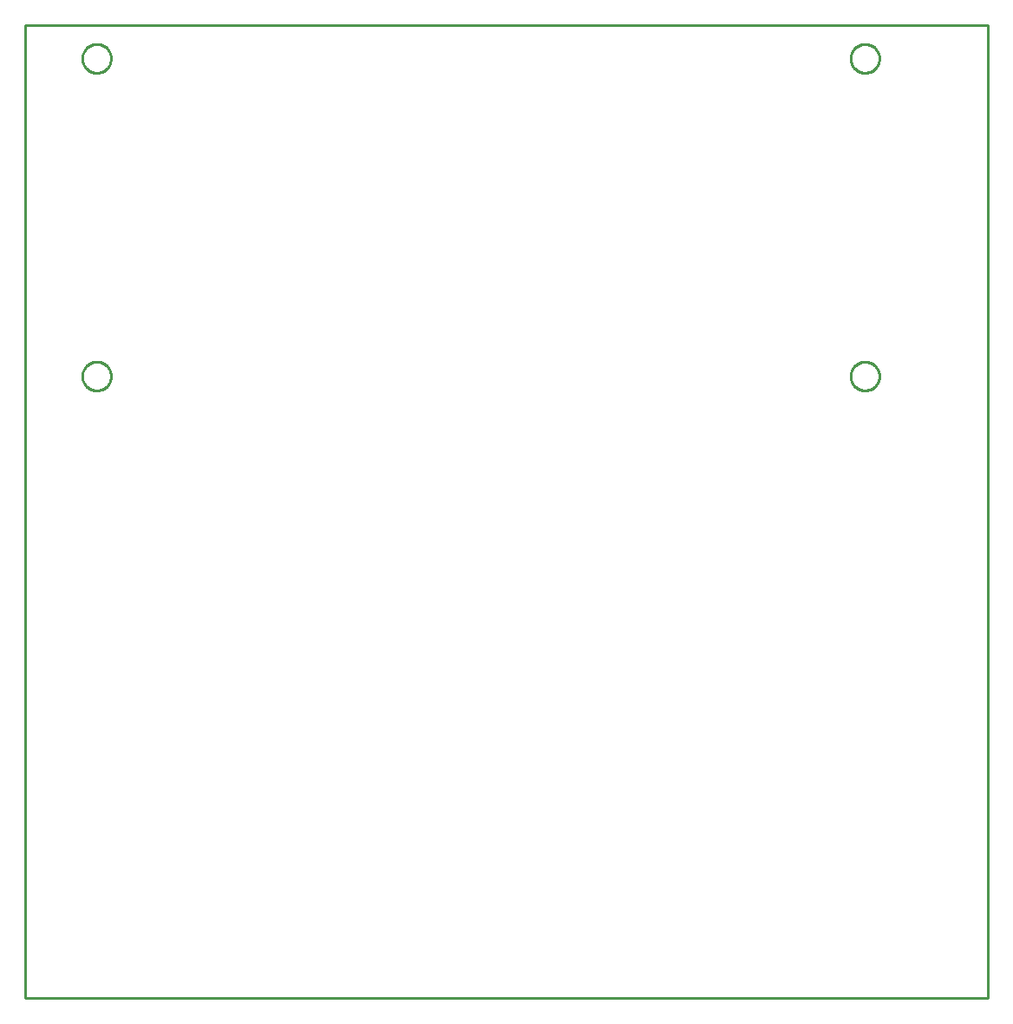
<source format=gko>
G04 EAGLE Gerber RS-274X export*
G75*
%MOMM*%
%FSLAX34Y34*%
%LPD*%
%IN*%
%IPPOS*%
%AMOC8*
5,1,8,0,0,1.08239X$1,22.5*%
G01*
%ADD10C,0.254000*%


D10*
X0Y0D02*
X939600Y0D01*
X939600Y949200D01*
X0Y949200D01*
X0Y0D01*
X83500Y916500D02*
X83429Y915503D01*
X83286Y914513D01*
X83074Y913536D01*
X82792Y912576D01*
X82443Y911639D01*
X82027Y910729D01*
X81548Y909852D01*
X81007Y909010D01*
X80408Y908210D01*
X79753Y907454D01*
X79046Y906747D01*
X78290Y906092D01*
X77490Y905493D01*
X76648Y904952D01*
X75771Y904473D01*
X74861Y904057D01*
X73924Y903708D01*
X72965Y903426D01*
X71987Y903214D01*
X70998Y903071D01*
X70000Y903000D01*
X69000Y903000D01*
X68003Y903071D01*
X67013Y903214D01*
X66036Y903426D01*
X65076Y903708D01*
X64139Y904057D01*
X63229Y904473D01*
X62352Y904952D01*
X61510Y905493D01*
X60710Y906092D01*
X59954Y906747D01*
X59247Y907454D01*
X58592Y908210D01*
X57993Y909010D01*
X57452Y909852D01*
X56973Y910729D01*
X56557Y911639D01*
X56208Y912576D01*
X55926Y913536D01*
X55714Y914513D01*
X55571Y915503D01*
X55500Y916500D01*
X55500Y917500D01*
X55571Y918498D01*
X55714Y919487D01*
X55926Y920465D01*
X56208Y921424D01*
X56557Y922361D01*
X56973Y923271D01*
X57452Y924148D01*
X57993Y924990D01*
X58592Y925790D01*
X59247Y926546D01*
X59954Y927253D01*
X60710Y927908D01*
X61510Y928507D01*
X62352Y929048D01*
X63229Y929527D01*
X64139Y929943D01*
X65076Y930292D01*
X66036Y930574D01*
X67013Y930786D01*
X68003Y930929D01*
X69000Y931000D01*
X70000Y931000D01*
X70998Y930929D01*
X71987Y930786D01*
X72965Y930574D01*
X73924Y930292D01*
X74861Y929943D01*
X75771Y929527D01*
X76648Y929048D01*
X77490Y928507D01*
X78290Y927908D01*
X79046Y927253D01*
X79753Y926546D01*
X80408Y925790D01*
X81007Y924990D01*
X81548Y924148D01*
X82027Y923271D01*
X82443Y922361D01*
X82792Y921424D01*
X83074Y920465D01*
X83286Y919487D01*
X83429Y918498D01*
X83500Y917500D01*
X83500Y916500D01*
X83500Y606500D02*
X83429Y605503D01*
X83286Y604513D01*
X83074Y603536D01*
X82792Y602576D01*
X82443Y601639D01*
X82027Y600729D01*
X81548Y599852D01*
X81007Y599010D01*
X80408Y598210D01*
X79753Y597454D01*
X79046Y596747D01*
X78290Y596092D01*
X77490Y595493D01*
X76648Y594952D01*
X75771Y594473D01*
X74861Y594057D01*
X73924Y593708D01*
X72965Y593426D01*
X71987Y593214D01*
X70998Y593071D01*
X70000Y593000D01*
X69000Y593000D01*
X68003Y593071D01*
X67013Y593214D01*
X66036Y593426D01*
X65076Y593708D01*
X64139Y594057D01*
X63229Y594473D01*
X62352Y594952D01*
X61510Y595493D01*
X60710Y596092D01*
X59954Y596747D01*
X59247Y597454D01*
X58592Y598210D01*
X57993Y599010D01*
X57452Y599852D01*
X56973Y600729D01*
X56557Y601639D01*
X56208Y602576D01*
X55926Y603536D01*
X55714Y604513D01*
X55571Y605503D01*
X55500Y606500D01*
X55500Y607500D01*
X55571Y608498D01*
X55714Y609487D01*
X55926Y610465D01*
X56208Y611424D01*
X56557Y612361D01*
X56973Y613271D01*
X57452Y614148D01*
X57993Y614990D01*
X58592Y615790D01*
X59247Y616546D01*
X59954Y617253D01*
X60710Y617908D01*
X61510Y618507D01*
X62352Y619048D01*
X63229Y619527D01*
X64139Y619943D01*
X65076Y620292D01*
X66036Y620574D01*
X67013Y620786D01*
X68003Y620929D01*
X69000Y621000D01*
X70000Y621000D01*
X70998Y620929D01*
X71987Y620786D01*
X72965Y620574D01*
X73924Y620292D01*
X74861Y619943D01*
X75771Y619527D01*
X76648Y619048D01*
X77490Y618507D01*
X78290Y617908D01*
X79046Y617253D01*
X79753Y616546D01*
X80408Y615790D01*
X81007Y614990D01*
X81548Y614148D01*
X82027Y613271D01*
X82443Y612361D01*
X82792Y611424D01*
X83074Y610465D01*
X83286Y609487D01*
X83429Y608498D01*
X83500Y607500D01*
X83500Y606500D01*
X833500Y916500D02*
X833429Y915503D01*
X833286Y914513D01*
X833074Y913536D01*
X832792Y912576D01*
X832443Y911639D01*
X832027Y910729D01*
X831548Y909852D01*
X831007Y909010D01*
X830408Y908210D01*
X829753Y907454D01*
X829046Y906747D01*
X828290Y906092D01*
X827490Y905493D01*
X826648Y904952D01*
X825771Y904473D01*
X824861Y904057D01*
X823924Y903708D01*
X822965Y903426D01*
X821987Y903214D01*
X820998Y903071D01*
X820000Y903000D01*
X819000Y903000D01*
X818003Y903071D01*
X817013Y903214D01*
X816036Y903426D01*
X815076Y903708D01*
X814139Y904057D01*
X813229Y904473D01*
X812352Y904952D01*
X811510Y905493D01*
X810710Y906092D01*
X809954Y906747D01*
X809247Y907454D01*
X808592Y908210D01*
X807993Y909010D01*
X807452Y909852D01*
X806973Y910729D01*
X806557Y911639D01*
X806208Y912576D01*
X805926Y913536D01*
X805714Y914513D01*
X805571Y915503D01*
X805500Y916500D01*
X805500Y917500D01*
X805571Y918498D01*
X805714Y919487D01*
X805926Y920465D01*
X806208Y921424D01*
X806557Y922361D01*
X806973Y923271D01*
X807452Y924148D01*
X807993Y924990D01*
X808592Y925790D01*
X809247Y926546D01*
X809954Y927253D01*
X810710Y927908D01*
X811510Y928507D01*
X812352Y929048D01*
X813229Y929527D01*
X814139Y929943D01*
X815076Y930292D01*
X816036Y930574D01*
X817013Y930786D01*
X818003Y930929D01*
X819000Y931000D01*
X820000Y931000D01*
X820998Y930929D01*
X821987Y930786D01*
X822965Y930574D01*
X823924Y930292D01*
X824861Y929943D01*
X825771Y929527D01*
X826648Y929048D01*
X827490Y928507D01*
X828290Y927908D01*
X829046Y927253D01*
X829753Y926546D01*
X830408Y925790D01*
X831007Y924990D01*
X831548Y924148D01*
X832027Y923271D01*
X832443Y922361D01*
X832792Y921424D01*
X833074Y920465D01*
X833286Y919487D01*
X833429Y918498D01*
X833500Y917500D01*
X833500Y916500D01*
X833500Y606500D02*
X833429Y605503D01*
X833286Y604513D01*
X833074Y603536D01*
X832792Y602576D01*
X832443Y601639D01*
X832027Y600729D01*
X831548Y599852D01*
X831007Y599010D01*
X830408Y598210D01*
X829753Y597454D01*
X829046Y596747D01*
X828290Y596092D01*
X827490Y595493D01*
X826648Y594952D01*
X825771Y594473D01*
X824861Y594057D01*
X823924Y593708D01*
X822965Y593426D01*
X821987Y593214D01*
X820998Y593071D01*
X820000Y593000D01*
X819000Y593000D01*
X818003Y593071D01*
X817013Y593214D01*
X816036Y593426D01*
X815076Y593708D01*
X814139Y594057D01*
X813229Y594473D01*
X812352Y594952D01*
X811510Y595493D01*
X810710Y596092D01*
X809954Y596747D01*
X809247Y597454D01*
X808592Y598210D01*
X807993Y599010D01*
X807452Y599852D01*
X806973Y600729D01*
X806557Y601639D01*
X806208Y602576D01*
X805926Y603536D01*
X805714Y604513D01*
X805571Y605503D01*
X805500Y606500D01*
X805500Y607500D01*
X805571Y608498D01*
X805714Y609487D01*
X805926Y610465D01*
X806208Y611424D01*
X806557Y612361D01*
X806973Y613271D01*
X807452Y614148D01*
X807993Y614990D01*
X808592Y615790D01*
X809247Y616546D01*
X809954Y617253D01*
X810710Y617908D01*
X811510Y618507D01*
X812352Y619048D01*
X813229Y619527D01*
X814139Y619943D01*
X815076Y620292D01*
X816036Y620574D01*
X817013Y620786D01*
X818003Y620929D01*
X819000Y621000D01*
X820000Y621000D01*
X820998Y620929D01*
X821987Y620786D01*
X822965Y620574D01*
X823924Y620292D01*
X824861Y619943D01*
X825771Y619527D01*
X826648Y619048D01*
X827490Y618507D01*
X828290Y617908D01*
X829046Y617253D01*
X829753Y616546D01*
X830408Y615790D01*
X831007Y614990D01*
X831548Y614148D01*
X832027Y613271D01*
X832443Y612361D01*
X832792Y611424D01*
X833074Y610465D01*
X833286Y609487D01*
X833429Y608498D01*
X833500Y607500D01*
X833500Y606500D01*
M02*

</source>
